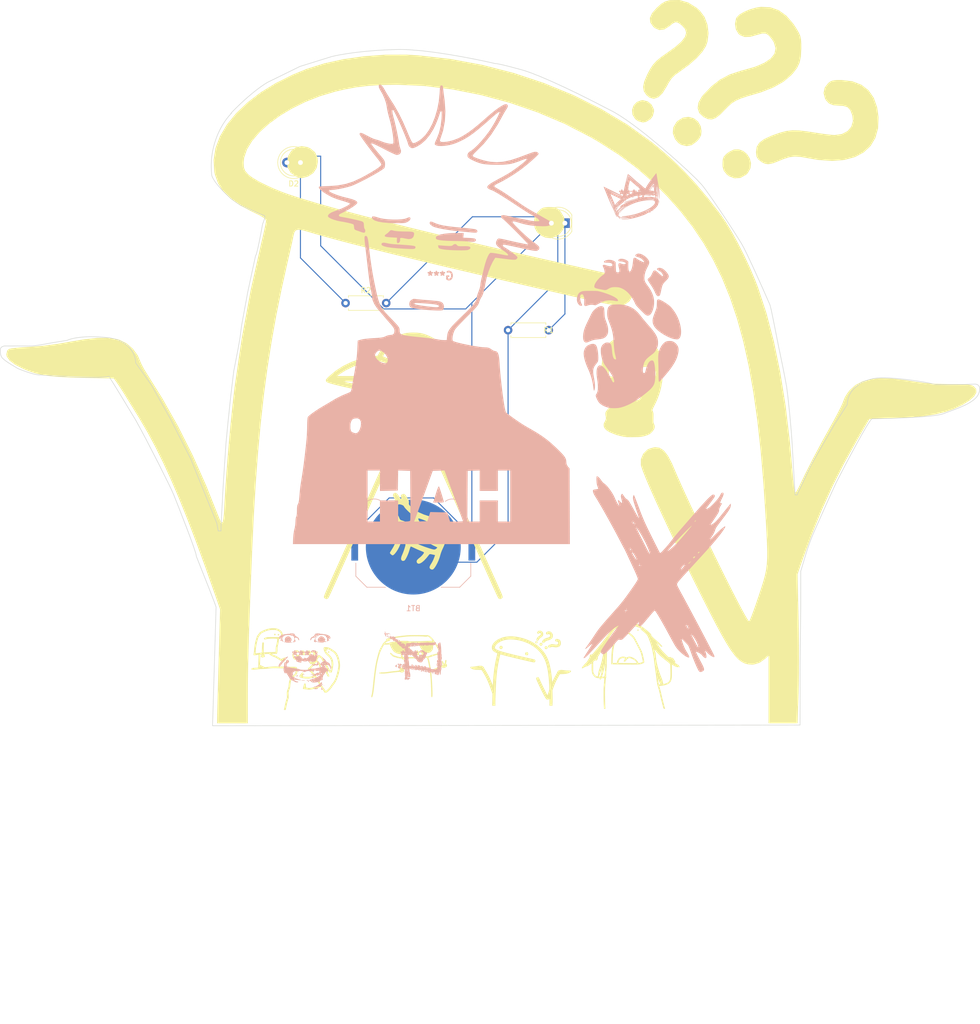
<source format=kicad_pcb>
(kicad_pcb (version 20241229) (generator "pcbnew") (generator_version "9.0")
  (layers (0 "F.Cu" signal) (2 "B.Cu" signal) (13 "F.Paste" user) (15 "B.Paste" user) (5 "F.SilkS" user "F.Silkscreen") (7 "B.SilkS" user "B.Silkscreen") (1 "F.Mask" user) (3 "B.Mask" user) (25 "Edge.Cuts" user))
  (net 0 "")
  (net 1 "Net-(D2-K)")
  (net 2 "Net-(BT1--)")
  (net 3 "Net-(D1-K)")
  (net 4 "Net-(BT1-+)")
  (footprint "LOGO" (layer "F.Cu") (at 86.36 162.56)
    (property "Reference" "G***" (at 0 0 0) (layer "F.SilkS") (effects (font (size 1.5 1.5) (thickness 0.3))))
    (property "Value" "LOGO" (hide yes))
  )
  (footprint "LOGO" (layer "F.Cu") (at 66.04 162.56)
    (property "Reference" "G***" (at 0 0 0) (layer "F.SilkS") (effects (font (size 1.5 1.5) (thickness 0.3))))
    (property "Value" "LOGO" (hide yes))
  )
  (footprint "LOGO" (layer "F.Cu") (at 127 111.76)
    (property "Reference" "G***" (at 0 0 0) (layer "F.SilkS") (effects (font (size 1.5 1.5) (thickness 0.3))))
    (property "Value" "LOGO" (hide yes))
  )
  (footprint "LOGO" (layer "F.Cu") (at 102.719314 84.542107)
    (property "Reference" "G***" (hide yes))
    (property "Value" "LOGO" (hide yes))
  )
  (footprint "LOGO" (layer "F.Cu") (at 86.36 127)
    (property "Reference" "G***" (at 0 0 0) (layer "F.SilkS") (effects (font (size 1.5 1.5) (thickness 0.3))))
    (property "Value" "LOGO" (hide yes))
  )
  (footprint "LOGO" (layer "F.Cu") (at 106.68 162.56)
    (property "Reference" "`" (hide yes))
    (property "Value" "LOGO" (hide yes))
  )
  (footprint "Resistor_THT:R_Axial_DIN0207_L6.3mm_D2.5mm_P7.62mm_Horizontal" (layer "F.Cu") (at 73.66 96.52)
    (property "Reference" "R2" (at 3.81 -2.37 0) (layer "F.SilkS"))
    (property "Value" "R")
    (pad "1" thru_hole circle (at 0 0) (size 1.6 1.6) (drill 0.8) (layers "*.Cu" "*.Mask") (net 1 "Net-(D2-K)"))
    (pad "2" thru_hole circle (at 7.62 0) (size 1.6 1.6) (drill 0.8) (layers "*.Cu" "*.Mask") (net 2 "Net-(BT1--)"))
  )
  (footprint "Resistor_THT:R_Axial_DIN0207_L6.3mm_D2.5mm_P7.62mm_Horizontal" (layer "F.Cu") (at 111.76 101.6 180)
    (property "Reference" "R1" (at 0 0 0) (layer "F.SilkS"))
    (property "Value" "R")
    (pad "1" thru_hole circle (at 0 0 180) (size 1.6 1.6) (drill 0.8) (layers "*.Cu" "*.Mask") (net 3 "Net-(D1-K)"))
    (pad "2" thru_hole circle (at 7.62 0 180) (size 1.6 1.6) (drill 0.8) (layers "*.Cu" "*.Mask") (net 2 "Net-(BT1--)"))
  )
  (footprint "LED_THT:LED_D5.0mm" (layer "F.Cu") (at 65.195396 70.187646 180)
    (property "Reference" "D2" (at 1.27 -3.96 0) (layer "F.SilkS"))
    (property "Value" "LED")
    (pad "1" thru_hole rect (at 0 0 180) (size 1.8 1.8) (drill 0.9) (layers "*.Cu" "*.Mask") (net 1 "Net-(D2-K)"))
    (pad "2" thru_hole circle (at 2.54 0 180) (size 1.8 1.8) (drill 0.9) (layers "*.Cu" "*.Mask") (net 4 "Net-(BT1-+)"))
  )
  (footprint "LED_THT:LED_D5.0mm" (layer "F.Cu") (at 114.801527 81.54468 180)
    (property "Reference" "D1" (at -4.866969 -20.978214 0) (layer "F.SilkS"))
    (property "Value" "LED")
    (pad "1" thru_hole rect (at 0 0 180) (size 1.8 1.8) (drill 0.9) (layers "*.Cu" "*.Mask") (net 3 "Net-(D1-K)"))
    (pad "2" thru_hole circle (at 2.54 0 180) (size 1.8 1.8) (drill 0.9) (layers "*.Cu" "*.Mask") (net 4 "Net-(BT1-+)"))
  )
  (footprint "LOGO" (layer "F.Cu") (at 127 162.56)
    (property "Reference" "G***" (hide yes))
    (property "Value" "LOGO" (hide yes))
  )
  (footprint "LOGO" (layer "B.Cu") (at 127.36507 76.2 180)
    (property "Reference" "G***" (at 0 0 0) (layer "B.SilkS") (effects (font (size 1.5 1.5) (thickness 0.3)) (justify mirror)))
    (property "Value" "LOGO" (hide yes))
  )
  (footprint "LOGO" (layer "B.Cu") (at 127 101.6 180)
    (property "Reference" "G***" (at 0 0 0) (layer "B.SilkS") (effects (font (size 1.5 1.5) (thickness 0.3)) (justify mirror)))
    (property "Value" "LOGO" (hide yes))
  )
  (footprint "LOGO" (layer "B.Cu") (at 66.04 162.56 180)
    (property "Reference" "G***" (at 0 0 0) (layer "B.SilkS") (effects (font (size 1.5 1.5) (thickness 0.3)) (justify mirror)))
    (property "Value" "LOGO" (hide yes))
  )
  (footprint "LOGO" (layer "B.Cu") (at 91.44 91.44 180)
    (property "Reference" "G***" (at 0 0 0) (layer "B.SilkS") (effects (font (size 1.5 1.5) (thickness 0.3)) (justify mirror)))
    (property "Value" "LOGO" (hide yes))
  )
  (footprint "LOGO" (layer "B.Cu") (at 86.36 162.56 180)
    (property "Reference" "G***" (at 0 0 0) (layer "B.SilkS") (effects (font (size 1.5 1.5) (thickness 0.3)) (justify mirror)))
    (property "Value" "LOGO" (hide yes))
  )
  (footprint "Battery:BatteryHolder_Keystone_3034_1x20mm" (layer "B.Cu") (at 86.36 142.24)
    (property "Reference" "BT1" (at 0 11.5 0) (layer "B.SilkS") (effects (justify mirror)))
    (property "Value" "Battery_Cell")
    (pad "1" smd rect (at -10.985 0) (size 1.27 5.08) (layers "B.Cu" "B.Mask" "B.Paste") (net 4 "Net-(BT1-+)"))
    (pad "1" smd rect (at 10.985 0) (size 1.27 5.08) (layers "B.Cu" "B.Mask" "B.Paste") (net 4 "Net-(BT1-+)"))
    (pad "2" smd circle (at 0 0) (size 17.8 17.8) (layers "B.Cu" "B.Mask") (net 2 "Net-(BT1--)"))
  )
  (footprint "LOGO" (layer "B.Cu") (at 132.08 147.32 180)
    (property "Reference" "G***" (at 0 0 0) (layer "B.SilkS") (effects (font (size 1.5 1.5) (thickness 0.3)) (justify mirror)))
    (property "Value" "LOGO" (hide yes))
  )
  (gr_poly (pts (xy 84.5 49) (xy 85.5816 49.043221) (xy 87.938976 49.236439) (xy 90.463783 49.544378) (xy 93.046261 49.933863) (xy 95.576648 50.371717) (xy 97.945185 50.824765) (xy 100.042111 51.259829) (xy 101.757665 51.643734) (xy 101.769025 51.640265) (xy 101.786783 51.638209) (xy 101.842699 51.638822) (xy 101.927815 51.64654) (xy 102.044534 51.662333) (xy 102.195259 51.68717) (xy 102.382392 51.722019) (xy 102.608336 51.76785) (xy 102.875494 51.825631) (xy 103.186267 51.896331) (xy 103.543059 51.98092) (xy 103.948272 52.080365) (xy 104.404308 52.195637) (xy 104.913571 52.327703) (xy 105.478463 52.477532) (xy 106.101385 52.646095) (xy 106.784742 52.834358) (xy 107.553204 53.06968) (xy 108.420458 53.373343) (xy 110.395067 54.15314) (xy 112.596018 55.108636) (xy 114.91076 56.17472) (xy 117.226743 57.286279) (xy 119.431415 58.378202) (xy 123.056623 60.242692) (xy 124.04203 60.751258) (xy 125.147562 61.418146) (xy 126.350507 62.220175) (xy 127.628151 63.134167) (xy 128.957784 64.136942) (xy 130.316691 65.205321) (xy 133.03148 67.446174) (xy 135.590819 69.671292) (xy 137.813006 71.695242) (xy 139.516342 73.332588) (xy 140.519125 74.397898) (xy 141.101738 75.155981) (xy 141.912637 76.282625) (xy 142.886739 77.681327) (xy 143.958963 79.255583) (xy 145.064228 80.908892) (xy 146.137451 82.544751) (xy 147.113553 84.066657) (xy 147.92745 85.378108) (xy 148.372226 86.19434) (xy 148.963861 87.385232) (xy 149.659882 88.850011) (xy 150.417812 90.487906) (xy 151.9495 93.879951) (xy 153.219122 96.755191) (xy 153.280158 96.928532) (xy 153.353931 97.193148) (xy 153.533133 97.952016) (xy 153.972288 100.079018) (xy 154.806616 104.295813) (xy 155.581224 108.015228) (xy 156.039702 110.316693) (xy 156.394125 112.233313) (xy 156.630177 114.124258) (xy 156.95305 117.181022) (xy 157.26104 120.57513) (xy 157.377672 122.139789) (xy 157.452444 123.478106) (xy 157.981619 132.47394) (xy 158.3785 132.47394) (xy 158.643072 131.81248) (xy 161.024328 126.785395) (xy 165.389944 119.244769) (xy 167.7712 115.540606) (xy 167.775015 115.363755) (xy 167.786218 115.190433) (xy 167.804446 115.020709) (xy 167.829336 114.85465) (xy 167.860524 114.692324) (xy 167.897646 114.5338) (xy 167.988242 114.228426) (xy 168.098216 113.939071) (xy 168.224662 113.666278) (xy 168.364673 113.410591) (xy 168.515342 113.172551) (xy 168.673763 112.952703) (xy 168.837029 112.751589) (xy 169.002232 112.569752) (xy 169.166466 112.407735) (xy 169.326824 112.266081) (xy 169.480399 112.145334) (xy 169.624285 112.046036) (xy 169.755575 111.96873) (xy 169.774124 111.93897) (xy 169.796738 111.90764) (xy 169.823504 111.874822) (xy 169.854511 111.840598) (xy 169.889844 111.805051) (xy 169.929592 111.768263) (xy 169.973841 111.730316) (xy 170.022679 111.691293) (xy 170.13447 111.610347) (xy 170.265663 111.526083) (xy 170.416956 111.439159) (xy 170.589048 111.350234) (xy 170.683111 111.305227) (xy 170.782636 111.259966) (xy 170.887709 111.214535) (xy 170.998418 111.169015) (xy 171.114851 111.123488) (xy 171.237093 111.078038) (xy 171.365233 111.032745) (xy 171.499358 110.987693) (xy 171.639555 110.942964) (xy 171.785912 110.898641) (xy 171.938515 110.854804) (xy 172.097452 110.811538) (xy 172.26281 110.768923) (xy 172.434677 110.727043) (xy 172.613139 110.68598) (xy 172.798284 110.645816) (xy 173.332908 110.56759) (xy 173.980897 110.52851) (xy 174.722292 110.524311) (xy 175.537132 110.55073) (xy 177.307307 110.67837) (xy 179.131744 110.877324) (xy 180.850761 111.113485) (xy 182.304679 111.352746) (xy 183.333816 111.561002) (xy 183.639192 111.642845) (xy 183.778494 111.704146) (xy 183.812626 111.723019) (xy 183.874415 111.739996) (xy 184.075419 111.768532) (xy 184.370422 111.790297) (xy 184.74834 111.805834) (xy 185.708581 111.820396) (xy 186.867468 111.816561) (xy 189.426483 111.771081) (xy 191.715994 111.704146) (xy 191.810322 111.708668) (xy 191.909704 111.722956) (xy 191.96048 111.734102) (xy 192.011545 111.748097) (xy 192.062576 111.765076) (xy 192.113247 111.785174) (xy 192.163234 111.808529) (xy 192.212212 111.835275) (xy 192.259857 111.865547) (xy 192.305844 111.899482) (xy 192.349848 111.937216) (xy 192.391545 111.978883) (xy 192.43061 112.02462) (xy 192.466718 112.074562) (xy 192.499545 112.128845) (xy 192.528767 112.187604) (xy 192.554057 112.250976) (xy 192.575093 112.319095) (xy 192.591549 112.392098) (xy 192.6031 112.47012) (xy 192.609422 112.553296) (xy 192.610191 112.641763) (xy 192.605081 112.735656) (xy 192.593768 112.835111) (xy 192.575927 112.940263) (xy 192.551234 113.051248) (xy 192.519364 113.168202) (xy 192.479993 113.29126) (xy 192.432795 113.420558) (xy 192.377447 113.556231) (xy 192.294268 113.727554) (xy 192.194158 113.894324) (xy 192.078011 114.056636) (xy 191.946725 114.214588) (xy 191.801195 114.368277) (xy 191.642319 114.517799) (xy 191.470992 114.663252) (xy 191.28811 114.804733) (xy 190.891267 115.076163) (xy 190.458962 115.332865) (xy 189.998364 115.575615) (xy 189.516643 115.805188) (xy 189.02097 116.022358) (xy 188.518513 116.227901) (xy 187.521934 116.607205) (xy 186.584265 116.949302) (xy 185.762869 117.260394) (xy 185.392863 117.374953) (xy 184.888497 117.480687) (xy 184.265275 117.577868) (xy 183.538699 117.666766) (xy 181.8375 117.820803) (xy 179.908926 117.944973) (xy 177.877003 118.041448) (xy 175.865758 118.112402) (xy 172.401403 118.186442) (xy 172.224863 118.36718) (xy 171.978378 118.700107) (xy 171.669931 119.168944) (xy 171.307508 119.757414) (xy 170.452667 121.228135) (xy 169.477731 122.982042) (xy 168.446575 124.888908) (xy 167.423073 126.818504) (xy 165.654531 130.224978) (xy 163.670156 134.590601) (xy 161.553487 139.353106) (xy 161.191219 140.198094) (xy 160.870159 141.008898) (xy 160.576572 141.814189) (xy 160.29672 142.642639) (xy 160.016869 143.522918) (xy 159.723281 144.483697) (xy 159.039953 146.761439) (xy 159.039953 153.508311) (xy 158.962428 159.45447) (xy 158.920225 164.640291) (xy 158.907659 175.601016) (xy 48.708707 175.733309) (xy 49.370165 153.508311) (xy 49.261648 153.164874) (xy 48.965034 152.364828) (xy 47.981136 149.824021) (xy 45.665998 143.983309) (xy 45.648978 143.788651) (xy 45.554636 143.418228) (xy 45.171972 142.240781) (xy 44.593972 140.632353) (xy 43.896598 138.774328) (xy 42.44759 135.035023) (xy 41.432664 132.47394) (xy 41.045359 131.604433) (xy 40.379111 130.213059) (xy 38.478725 126.403669) (xy 36.269371 122.123685) (xy 35.216915 120.144069) (xy 34.288915 118.451022) (xy 31.596781 113.99944) (xy 30.218467 111.756249) (xy 29.261833 110.248938) (xy 29.039237 110.318637) (xy 28.660526 110.369965) (xy 28.142599 110.404395) (xy 27.502354 110.423399) (xy 25.922502 110.421022) (xy 24.056156 110.374616) (xy 22.038501 110.295964) (xy 20.004724 110.196849) (xy 16.429542 109.984355) (xy 16.2541 109.99327) (xy 16.047963 109.981671) (xy 15.815161 109.951573) (xy 15.559724 109.904992) (xy 15.285684 109.843941) (xy 14.997071 109.770437) (xy 14.39225 109.594128) (xy 13.777507 109.392183) (xy 13.185089 109.180721) (xy 12.647241 108.975864) (xy 12.196209 108.79373) (xy 10.906365 108.016517) (xy 10.483135 107.748575) (xy 10.27559 107.611019) (xy 10.075408 107.472882) (xy 9.886079 107.33552) (xy 9.711089 107.200289) (xy 9.553928 107.068547) (xy 9.418084 106.941649) (xy 9.381648 106.915694) (xy 9.346738 106.887486) (xy 9.31333 106.857097) (xy 9.2814 106.824602) (xy 9.250923 106.790071) (xy 9.221875 106.753579) (xy 9.194232 106.715197) (xy 9.16797 106.674998) (xy 9.143064 106.633055) (xy 9.119491 106.589441) (xy 9.076244 106.497489) (xy 9.038036 106.399724) (xy 9.004673 106.296726) (xy 8.97596 106.189077) (xy 8.951704 106.077359) (xy 8.931712 105.962153) (xy 8.915789 105.84404) (xy 8.903742 105.723601) (xy 8.895377 105.601419) (xy 8.8905 105.478074) (xy 8.888917 105.354148) (xy 8.890193 105.301853) (xy 8.893956 105.2518) (xy 8.900109 105.203939) (xy 8.908554 105.158225) (xy 8.919197 105.114612) (xy 8.931938 105.073052) (xy 8.946682 105.033498) (xy 8.963332 104.995905) (xy 8.98179 104.960225) (xy 9.00196 104.926412) (xy 9.023744 104.894419) (xy 9.047048 104.8642) (xy 9.071771 104.835708) (xy 9.09782 104.808895) (xy 9.125095 104.783717) (xy 9.153501 104.760125) (xy 9.18294 104.738073) (xy 9.213317 104.717515) (xy 9.244532 104.698404) (xy 9.276491 104.680693) (xy 9.342249 104.649285) (xy 9.409816 104.622918) (xy 9.478417 104.601219) (xy 9.547275 104.583815) (xy 9.615617 104.570332) (xy 9.682667 104.560397) (xy 14.842042 104.560397) (xy 15.004564 104.548769) (xy 15.274057 104.516988) (xy 15.621064 104.469705) (xy 16.01613 104.411569) (xy 16.832618 104.281345) (xy 17.195128 104.218558) (xy 17.487876 104.163523) (xy 18.176204 104.04034) (xy 19.257273 103.859286) (xy 21.456625 103.502062) (xy 21.601157 103.433348) (xy 21.786889 103.360703) (xy 22.014091 103.285986) (xy 22.283034 103.21106) (xy 22.593991 103.137785) (xy 22.947231 103.068022) (xy 23.343028 103.003631) (xy 23.781651 102.946473) (xy 24.263372 102.898409) (xy 24.788462 102.8613) (xy 25.357194 102.837007) (xy 25.969837 102.82739) (xy 26.626664 102.83431) (xy 27.327945 102.859627) (xy 28.073953 102.905203) (xy 28.864957 102.972899) (xy 29.262286 103.019802) (xy 29.640944 103.080645) (xy 30.001327 103.154692) (xy 30.343834 103.241206) (xy 30.668861 103.339452) (xy 30.976805 103.448691) (xy 31.268065 103.568189) (xy 31.543037 103.697208) (xy 31.802118 103.835012) (xy 32.045706 103.980865) (xy 32.274199 104.134031) (xy 32.487992 104.293772) (xy 32.687484 104.459352) (xy 32.873072 104.630035) (xy 33.045153 104.805085) (xy 33.204124 104.983765) (xy 33.350383 105.165339) (xy 33.484326 105.349069) (xy 33.716857 105.720057) (xy 33.904895 106.090835) (xy 34.051617 106.455514) (xy 34.160202 106.8082) (xy 34.233828 107.143004) (xy 34.275673 107.454033) (xy 34.288915 107.735396) (xy 37.199333 111.83644) (xy 40.771207 118.186442) (xy 44.607664 125.727061) (xy 49.502458 137.765605) (xy 49.767042 139.220812) (xy 50.296205 139.220812) (xy 50.296205 138.427065) (xy 50.693083 130.886439) (xy 51.22225 122.816645) (xy 51.619123 118.715602) (xy 52.14829 113.688525) (xy 52.677457 109.322898) (xy 53.471208 105.221854) (xy 53.868082 102.972899) (xy 54.132665 100.85623) (xy 55.323289 94.373938) (xy 56.778497 87.627066) (xy 56.799915 87.615621) (xy 56.824362 87.582011) (xy 56.881648 87.452658) (xy 56.948961 87.247729) (xy 57.024905 86.975943) (xy 57.197102 86.266684) (xy 57.387075 85.394644) (xy 57.583657 84.429587) (xy 57.775685 83.441275) (xy 58.101415 81.673941) (xy 58.202288 81.440777) (xy 58.296752 81.199551) (xy 58.345767 81.062428) (xy 58.392457 80.919879) (xy 58.434185 80.776089) (xy 58.468318 80.635245) (xy 58.492218 80.501532) (xy 58.499508 80.438658) (xy 58.503251 80.379136) (xy 58.503119 80.32349) (xy 58.498781 80.272243) (xy 58.489909 80.225918) (xy 58.476173 80.185039) (xy 58.457243 80.150128) (xy 58.432791 80.121709) (xy 58.402486 80.100305) (xy 58.365999 80.08644) (xy 58.266263 80.056499) (xy 58.1287 80.007733) (xy 57.757456 79.861945) (xy 57.286993 79.665512) (xy 56.752039 79.434871) (xy 55.62756 78.936706) (xy 54.661832 78.49894) (xy 54.613257 78.480649) (xy 54.471663 78.420871) (xy 54.367922 78.373127) (xy 54.243253 78.312254) (xy 54.09843 78.237331) (xy 53.934228 78.147441) (xy 53.751422 78.041663) (xy 53.550788 77.919079) (xy 53.333101 77.778768) (xy 53.099136 77.619812) (xy 52.849668 77.441292) (xy 52.585471 77.242287) (xy 52.448093 77.134816) (xy 52.307323 77.021879) (xy 52.163258 76.903362) (xy 52.015997 76.779149) (xy 51.573407 76.388574) (xy 51.085024 75.930418) (xy 50.83138 75.681109) (xy 50.575551 75.421036) (xy 50.320625 75.152246) (xy 50.069689 74.876781) (xy 49.825833 74.596687) (xy 49.592143 74.314007) (xy 49.371707 74.030786) (xy 49.167613 73.749068) (xy 48.982949 73.470897) (xy 48.820803 73.198316) (xy 48.684261 72.933372) (xy 48.626558 72.804402) (xy 48.576414 72.678107) (xy 48.539207 72.396987) (xy 48.506651 72.064191) (xy 48.490954 71.85516) (xy 48.477195 71.619774) (xy 48.466537 71.359583) (xy 48.460142 71.076138) (xy 48.459173 70.770988) (xy 48.464793 70.445685) (xy 48.478164 70.101779) (xy 48.500449 69.740819) (xy 48.532812 69.364356) (xy 48.576414 68.97394) (xy 48.634341 68.562984) (xy 48.709717 68.12583) (xy 48.803762 67.665423) (xy 48.917698 67.184707) (xy 49.052744 66.686629) (xy 49.21012 66.174133) (xy 49.391048 65.650164) (xy 49.596748 65.117669) (xy 49.828439 64.579591) (xy 50.087344 64.038877) (xy 50.374681 63.498471) (xy 50.691672 62.961319) (xy 51.039537 62.430365) (xy 51.419496 61.908556) (xy 51.83277 61.398835) (xy 52.28058 60.90415) (xy 52.147521 61.011334) (xy 52.128068 61.017554) (xy 52.138257 60.994384) (xy 52.242347 60.866444) (xy 52.449349 60.640655) (xy 53.130321 59.94811) (xy 54.097642 59.021897) (xy 54.662579 58.504024) (xy 55.267778 57.967164) (xy 55.902797 57.42446) (xy 56.557196 56.889057) (xy 57.220532 56.374098) (xy 57.882364 55.892726) (xy 58.532251 55.458084) (xy 58.849451 55.262394) (xy 59.15975 55.083316) (xy 65.112871 52.1729) (xy 71.065996 50.320817) (xy 71.795666 50.155452) (xy 72.785786 49.965283) (xy 74.023954 49.762711) (xy 75.497766 49.56014) (xy 77.19482 49.369971) (xy 79.102715 49.204606) (xy 80.131852 49.135101) (xy 81.209048 49.076449) (xy 82.332753 49.030198) (xy 83.501417 48.9979)) (fill no) (layer "Edge.Cuts"))
  (segment (start 65.195396 88.055396) (end 73.66 96.52) (width 0.2) (layer "B.Cu") (net 1))
  (segment (start 65.195396 70.187646) (end 65.195396 88.055396) (width 0.2) (layer "B.Cu") (net 1))
  (segment (start 104.14 101.6) (end 113.462527 92.277473) (width 0.2) (layer "B.Cu") (net 2))
  (segment (start 86.36 142.24) (end 89.201 145.081) (width 0.2) (layer "B.Cu") (net 2))
  (segment (start 98.281 145.081) (end 104.14 139.222) (width 0.2) (layer "B.Cu") (net 2))
  (segment (start 112.758998 80.34368) (end 97.45632 80.34368) (width 0.2) (layer "B.Cu") (net 2))
  (segment (start 97.45632 80.34368) (end 81.28 96.52) (width 0.2) (layer "B.Cu") (net 2))
  (segment (start 104.14 139.222) (end 104.14 101.6) (width 0.2) (layer "B.Cu") (net 2))
  (segment (start 113.462527 92.277473) (end 113.462527 81.047209) (width 0.2) (layer "B.Cu") (net 2))
  (segment (start 89.201 145.081) (end 98.281 145.081) (width 0.2) (layer "B.Cu") (net 2))
  (segment (start 113.462527 81.047209) (end 112.758998 80.34368) (width 0.2) (layer "B.Cu") (net 2))
  (segment (start 114.801527 81.54468) (end 114.801527 98.558473) (width 0.2) (layer "B.Cu") (net 3))
  (segment (start 114.801527 98.558473) (end 111.76 101.6) (width 0.2) (layer "B.Cu") (net 3))
  (segment (start 75.375 139.5) (end 81.836 133.039) (width 0.2) (layer "B.Cu") (net 4))
  (segment (start 97.345 140.212821) (end 97.345 142.24) (width 0.2) (layer "B.Cu") (net 4))
  (segment (start 96.185207 97.621) (end 97.345 96.461207) (width 0.2) (layer "B.Cu") (net 4))
  (segment (start 75.375 142.24) (end 75.375 139.5) (width 0.2) (layer "B.Cu") (net 4))
  (segment (start 62.655396 70.187646) (end 63.856396 68.986646) (width 0.2) (layer "B.Cu") (net 4))
  (segment (start 81.836 133.039) (end 90.171179 133.039) (width 0.2) (layer "B.Cu") (net 4))
  (segment (start 112.261527 81.54468) (end 97.345 96.461207) (width 0.2) (layer "B.Cu") (net 4))
  (segment (start 63.856396 68.986646) (end 68.986646 68.986646) (width 0.2) (layer "B.Cu") (net 4))
  (segment (start 68.986646 68.986646) (end 68.986646 85.783696) (width 0.2) (layer "B.Cu") (net 4))
  (segment (start 80.82395 97.621) (end 96.185207 97.621) (width 0.2) (layer "B.Cu") (net 4))
  (segment (start 97.345 96.461207) (end 97.345 142.24) (width 0.2) (layer "B.Cu") (net 4))
  (segment (start 90.171179 133.039) (end 97.345 140.212821) (width 0.2) (layer "B.Cu") (net 4))
  (segment (start 68.986646 85.783696) (end 80.82395 97.621) (width 0.2) (layer "B.Cu") (net 4))
)
</source>
